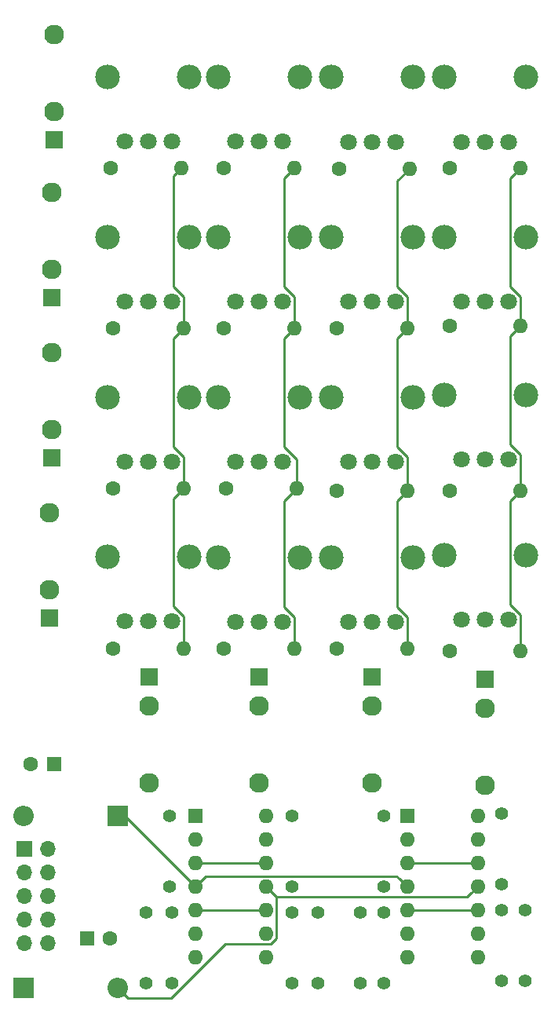
<source format=gbl>
G04 #@! TF.GenerationSoftware,KiCad,Pcbnew,(5.1.2-1)-1*
G04 #@! TF.CreationDate,2020-01-19T15:05:30+01:00*
G04 #@! TF.ProjectId,matrix-mixer,6d617472-6978-42d6-9d69-7865722e6b69,rev?*
G04 #@! TF.SameCoordinates,Original*
G04 #@! TF.FileFunction,Copper,L2,Bot*
G04 #@! TF.FilePolarity,Positive*
%FSLAX46Y46*%
G04 Gerber Fmt 4.6, Leading zero omitted, Abs format (unit mm)*
G04 Created by KiCad (PCBNEW (5.1.2-1)-1) date 2020-01-19 15:05:30*
%MOMM*%
%LPD*%
G04 APERTURE LIST*
%ADD10O,1.600000X1.600000*%
%ADD11C,1.600000*%
%ADD12O,1.700000X1.700000*%
%ADD13R,1.700000X1.700000*%
%ADD14O,2.200000X2.200000*%
%ADD15R,2.200000X2.200000*%
%ADD16R,1.600000X1.600000*%
%ADD17C,1.803400*%
%ADD18C,2.667000*%
%ADD19C,1.397000*%
%ADD20C,2.130000*%
%ADD21R,1.930000X1.830000*%
%ADD22C,0.250000*%
G04 APERTURE END LIST*
D10*
X39878000Y-34036000D03*
D11*
X32258000Y-34036000D03*
D12*
X25476000Y-117520000D03*
X22936000Y-117520000D03*
X25476000Y-114980000D03*
X22936000Y-114980000D03*
X25476000Y-112440000D03*
X22936000Y-112440000D03*
X25476000Y-109900000D03*
X22936000Y-109900000D03*
X25476000Y-107360000D03*
D13*
X22936000Y-107360000D03*
D14*
X33020000Y-122428000D03*
D15*
X22860000Y-122428000D03*
D14*
X22860000Y-103886000D03*
D15*
X33020000Y-103886000D03*
D11*
X23662000Y-98298000D03*
D16*
X26162000Y-98298000D03*
D11*
X32218000Y-117094000D03*
D16*
X29718000Y-117094000D03*
D10*
X52070000Y-34036000D03*
D11*
X44450000Y-34036000D03*
D10*
X64516000Y-34039026D03*
D11*
X56896000Y-34039026D03*
D10*
X76454000Y-34036000D03*
D11*
X68834000Y-34036000D03*
D10*
X40132000Y-51308000D03*
D11*
X32512000Y-51308000D03*
D10*
X52070000Y-51308000D03*
D11*
X44450000Y-51308000D03*
D10*
X64262000Y-51308000D03*
D11*
X56642000Y-51308000D03*
D10*
X76454000Y-51054000D03*
D11*
X68834000Y-51054000D03*
D10*
X40132000Y-68580000D03*
D11*
X32512000Y-68580000D03*
D10*
X52324000Y-68580000D03*
D11*
X44704000Y-68580000D03*
D10*
X64262000Y-68834000D03*
D11*
X56642000Y-68834000D03*
D10*
X76454000Y-68834000D03*
D11*
X68834000Y-68834000D03*
D10*
X40132000Y-85852000D03*
D11*
X32512000Y-85852000D03*
D10*
X52070000Y-85852000D03*
D11*
X44450000Y-85852000D03*
D10*
X64262000Y-85852000D03*
D11*
X56642000Y-85852000D03*
D10*
X76454000Y-86106000D03*
D11*
X68834000Y-86106000D03*
D17*
X38862163Y-31142243D03*
X36322163Y-31142243D03*
X33782163Y-31142243D03*
D18*
X31927963Y-24131843D03*
X40716363Y-24131843D03*
D17*
X50800163Y-31142243D03*
X48260163Y-31142243D03*
X45720163Y-31142243D03*
D18*
X43865963Y-24131843D03*
X52654363Y-24131843D03*
D17*
X62992163Y-31183957D03*
X60452163Y-31183957D03*
X57912163Y-31183957D03*
D18*
X56057963Y-24173557D03*
X64846363Y-24173557D03*
D17*
X75184163Y-31204814D03*
X72644163Y-31204814D03*
X70104163Y-31204814D03*
D18*
X68249963Y-24194414D03*
X77038363Y-24194414D03*
D17*
X38862163Y-48414243D03*
X36322163Y-48414243D03*
X33782163Y-48414243D03*
D18*
X31927963Y-41403843D03*
X40716363Y-41403843D03*
D17*
X50800163Y-48414243D03*
X48260163Y-48414243D03*
X45720163Y-48414243D03*
D18*
X43865963Y-41403843D03*
X52654363Y-41403843D03*
D17*
X62992163Y-48414243D03*
X60452163Y-48414243D03*
X57912163Y-48414243D03*
D18*
X56057963Y-41403843D03*
X64846363Y-41403843D03*
D17*
X75184163Y-48414243D03*
X72644163Y-48414243D03*
X70104163Y-48414243D03*
D18*
X68249963Y-41403843D03*
X77038363Y-41403843D03*
D17*
X38862163Y-65686243D03*
X36322163Y-65686243D03*
X33782163Y-65686243D03*
D18*
X31927963Y-58675843D03*
X40716363Y-58675843D03*
D17*
X50800163Y-65686243D03*
X48260163Y-65686243D03*
X45720163Y-65686243D03*
D18*
X43865963Y-58675843D03*
X52654363Y-58675843D03*
D17*
X62992163Y-65686243D03*
X60452163Y-65686243D03*
X57912163Y-65686243D03*
D18*
X56057963Y-58675843D03*
X64846363Y-58675843D03*
D17*
X75184163Y-65432243D03*
X72644163Y-65432243D03*
X70104163Y-65432243D03*
D18*
X68249963Y-58421843D03*
X77038363Y-58421843D03*
D17*
X38862163Y-82882043D03*
X36322163Y-82882043D03*
X33782163Y-82882043D03*
D18*
X31927963Y-75871643D03*
X40716363Y-75871643D03*
D17*
X50800163Y-82958243D03*
X48260163Y-82958243D03*
X45720163Y-82958243D03*
D18*
X43865963Y-75947843D03*
X52654363Y-75947843D03*
D17*
X62992163Y-82958243D03*
X60452163Y-82958243D03*
X57912163Y-82958243D03*
D18*
X56057963Y-75947843D03*
X64846363Y-75947843D03*
D17*
X75184163Y-82704243D03*
X72644163Y-82704243D03*
X70104163Y-82704243D03*
D18*
X68249963Y-75693843D03*
X77038363Y-75693843D03*
D16*
X41402000Y-103836000D03*
D10*
X49022000Y-119076000D03*
X41402000Y-106376000D03*
X49022000Y-116536000D03*
X41402000Y-108916000D03*
X49022000Y-113996000D03*
X41402000Y-111456000D03*
X49022000Y-111456000D03*
X41402000Y-113996000D03*
X49022000Y-108916000D03*
X41402000Y-116536000D03*
X49022000Y-106376000D03*
X41402000Y-119076000D03*
X49022000Y-103836000D03*
D19*
X38862000Y-121920000D03*
X38862000Y-114300000D03*
X36068000Y-114300000D03*
X36068000Y-121920000D03*
X38608000Y-103886000D03*
X38608000Y-111506000D03*
X51816000Y-121920000D03*
X51816000Y-114300000D03*
X54610000Y-114300000D03*
X54610000Y-121920000D03*
X51816000Y-103886000D03*
X51816000Y-111506000D03*
X61722000Y-121920000D03*
X61722000Y-114300000D03*
X59182000Y-114300000D03*
X59182000Y-121920000D03*
X61722000Y-103886000D03*
X61722000Y-111506000D03*
X74422000Y-121666000D03*
X74422000Y-114046000D03*
X76962000Y-114046000D03*
X76962000Y-121666000D03*
X74422000Y-103632000D03*
X74422000Y-111252000D03*
D16*
X64262000Y-103836000D03*
D10*
X71882000Y-119076000D03*
X64262000Y-106376000D03*
X71882000Y-116536000D03*
X64262000Y-108916000D03*
X71882000Y-113996000D03*
X64262000Y-111456000D03*
X71882000Y-111456000D03*
X64262000Y-113996000D03*
X71882000Y-108916000D03*
X64262000Y-116536000D03*
X71882000Y-106376000D03*
X64262000Y-119076000D03*
X71882000Y-103836000D03*
D20*
X26162000Y-19588000D03*
D21*
X26162000Y-30988000D03*
D20*
X26162000Y-27888000D03*
X25908000Y-36606000D03*
D21*
X25908000Y-48006000D03*
D20*
X25908000Y-44906000D03*
X25908000Y-53878000D03*
D21*
X25908000Y-65278000D03*
D20*
X25908000Y-62178000D03*
X25654000Y-71150000D03*
D21*
X25654000Y-82550000D03*
D20*
X25654000Y-79450000D03*
X36450000Y-100256000D03*
D21*
X36450000Y-88856000D03*
D20*
X36450000Y-91956000D03*
X48260000Y-100256000D03*
D21*
X48260000Y-88856000D03*
D20*
X48260000Y-91956000D03*
X60452000Y-100300000D03*
D21*
X60452000Y-88900000D03*
D20*
X60452000Y-92000000D03*
X72644000Y-100554000D03*
D21*
X72644000Y-89154000D03*
D20*
X72644000Y-92254000D03*
D22*
X33832000Y-103886000D02*
X33020000Y-103886000D01*
X41402000Y-111456000D02*
X33832000Y-103886000D01*
X63462001Y-110656001D02*
X64262000Y-111456000D01*
X63136999Y-110330999D02*
X63462001Y-110656001D01*
X42527001Y-110330999D02*
X63136999Y-110330999D01*
X41402000Y-111456000D02*
X42527001Y-110330999D01*
X42533370Y-108916000D02*
X49022000Y-108916000D01*
X41402000Y-108916000D02*
X42533370Y-108916000D01*
X64262000Y-108916000D02*
X71882000Y-108916000D01*
X64262000Y-113996000D02*
X71882000Y-113996000D01*
X41402000Y-113996000D02*
X49022000Y-113996000D01*
X71082001Y-112255999D02*
X71882000Y-111456000D01*
X70756999Y-112581001D02*
X71082001Y-112255999D01*
X50147001Y-112581001D02*
X70756999Y-112581001D01*
X34119999Y-123527999D02*
X38768783Y-123527999D01*
X33020000Y-122428000D02*
X34119999Y-123527999D01*
X49821999Y-112255999D02*
X49022000Y-111456000D01*
X50147001Y-112581001D02*
X49821999Y-112255999D01*
X50147001Y-117076001D02*
X50147001Y-112581001D01*
X49562001Y-117661001D02*
X50147001Y-117076001D01*
X44635781Y-117661001D02*
X49562001Y-117661001D01*
X38768783Y-123527999D02*
X44635781Y-117661001D01*
X40132000Y-47868562D02*
X40132000Y-50176630D01*
X40132000Y-50176630D02*
X40132000Y-51308000D01*
X39057862Y-46794424D02*
X40132000Y-47868562D01*
X39057862Y-34856138D02*
X39057862Y-46794424D01*
X39878000Y-34036000D02*
X39057862Y-34856138D01*
X40132000Y-65140562D02*
X40132000Y-67448630D01*
X39057862Y-64066424D02*
X40132000Y-65140562D01*
X40132000Y-67448630D02*
X40132000Y-68580000D01*
X39057862Y-52382138D02*
X39057862Y-64066424D01*
X40132000Y-51308000D02*
X39057862Y-52382138D01*
X40132000Y-84720630D02*
X40132000Y-85852000D01*
X40132000Y-82336362D02*
X40132000Y-84720630D01*
X39057862Y-69654138D02*
X39057862Y-81262224D01*
X39057862Y-81262224D02*
X40132000Y-82336362D01*
X40132000Y-68580000D02*
X39057862Y-69654138D01*
X52070000Y-50176630D02*
X52070000Y-51308000D01*
X52070000Y-47868562D02*
X52070000Y-50176630D01*
X50995862Y-35110138D02*
X50995862Y-46794424D01*
X50995862Y-46794424D02*
X52070000Y-47868562D01*
X52070000Y-34036000D02*
X50995862Y-35110138D01*
X52324000Y-67448630D02*
X52324000Y-68580000D01*
X52324000Y-65394562D02*
X52324000Y-67448630D01*
X50995862Y-64066424D02*
X52324000Y-65394562D01*
X50995862Y-52382138D02*
X50995862Y-64066424D01*
X52070000Y-51308000D02*
X50995862Y-52382138D01*
X52070000Y-84720630D02*
X52070000Y-85852000D01*
X52070000Y-82412562D02*
X52070000Y-84720630D01*
X50995862Y-81338424D02*
X52070000Y-82412562D01*
X50995862Y-69908138D02*
X50995862Y-81338424D01*
X52324000Y-68580000D02*
X50995862Y-69908138D01*
X76454000Y-49922630D02*
X76454000Y-51054000D01*
X76454000Y-47868562D02*
X76454000Y-49922630D01*
X75379862Y-46794424D02*
X76454000Y-47868562D01*
X75379862Y-35110138D02*
X75379862Y-46794424D01*
X76454000Y-34036000D02*
X75379862Y-35110138D01*
X76454000Y-67702630D02*
X76454000Y-68834000D01*
X76454000Y-64886562D02*
X76454000Y-67702630D01*
X75379862Y-63812424D02*
X76454000Y-64886562D01*
X75379862Y-52128138D02*
X75379862Y-63812424D01*
X76454000Y-51054000D02*
X75379862Y-52128138D01*
X76454000Y-84974630D02*
X76454000Y-86106000D01*
X76454000Y-82158562D02*
X76454000Y-84974630D01*
X75379862Y-69908138D02*
X75379862Y-81084424D01*
X75379862Y-81084424D02*
X76454000Y-82158562D01*
X76454000Y-68834000D02*
X75379862Y-69908138D01*
X64262000Y-50176630D02*
X64262000Y-51308000D01*
X63187862Y-46794424D02*
X64262000Y-47868562D01*
X64262000Y-47868562D02*
X64262000Y-50176630D01*
X63187862Y-35367164D02*
X63187862Y-46794424D01*
X64516000Y-34039026D02*
X63187862Y-35367164D01*
X64262000Y-67702630D02*
X64262000Y-68834000D01*
X63187862Y-64066424D02*
X64262000Y-65140562D01*
X64262000Y-65140562D02*
X64262000Y-67702630D01*
X63187862Y-52382138D02*
X63187862Y-64066424D01*
X64262000Y-51308000D02*
X63187862Y-52382138D01*
X64262000Y-84720630D02*
X64262000Y-85852000D01*
X64262000Y-82412562D02*
X64262000Y-84720630D01*
X63187862Y-81338424D02*
X64262000Y-82412562D01*
X63187862Y-69908138D02*
X63187862Y-81338424D01*
X64262000Y-68834000D02*
X63187862Y-69908138D01*
M02*

</source>
